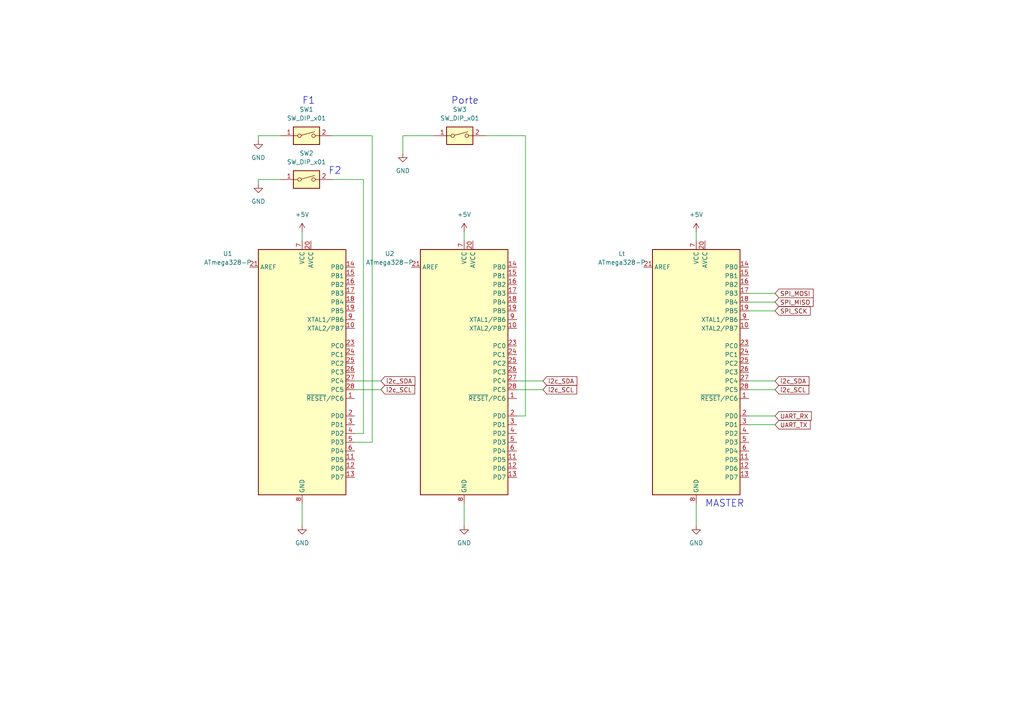
<source format=kicad_sch>
(kicad_sch (version 20230121) (generator eeschema)

  (uuid ed06f8de-d1bb-4b1a-bfe3-5df11d3a9162)

  (paper "A4")

  (lib_symbols
    (symbol "MCU_Microchip_ATmega:ATmega328-P" (in_bom yes) (on_board yes)
      (property "Reference" "U" (at -12.7 36.83 0)
        (effects (font (size 1.27 1.27)) (justify left bottom))
      )
      (property "Value" "ATmega328-P" (at 2.54 -36.83 0)
        (effects (font (size 1.27 1.27)) (justify left top))
      )
      (property "Footprint" "Package_DIP:DIP-28_W7.62mm" (at 0 0 0)
        (effects (font (size 1.27 1.27) italic) hide)
      )
      (property "Datasheet" "http://ww1.microchip.com/downloads/en/DeviceDoc/ATmega328_P%20AVR%20MCU%20with%20picoPower%20Technology%20Data%20Sheet%2040001984A.pdf" (at 0 0 0)
        (effects (font (size 1.27 1.27)) hide)
      )
      (property "ki_keywords" "AVR 8bit Microcontroller MegaAVR" (at 0 0 0)
        (effects (font (size 1.27 1.27)) hide)
      )
      (property "ki_description" "20MHz, 32kB Flash, 2kB SRAM, 1kB EEPROM, DIP-28" (at 0 0 0)
        (effects (font (size 1.27 1.27)) hide)
      )
      (property "ki_fp_filters" "DIP*W7.62mm*" (at 0 0 0)
        (effects (font (size 1.27 1.27)) hide)
      )
      (symbol "ATmega328-P_0_1"
        (rectangle (start -12.7 -35.56) (end 12.7 35.56)
          (stroke (width 0.254) (type default))
          (fill (type background))
        )
      )
      (symbol "ATmega328-P_1_1"
        (pin bidirectional line (at 15.24 -7.62 180) (length 2.54)
          (name "~{RESET}/PC6" (effects (font (size 1.27 1.27))))
          (number "1" (effects (font (size 1.27 1.27))))
        )
        (pin bidirectional line (at 15.24 12.7 180) (length 2.54)
          (name "XTAL2/PB7" (effects (font (size 1.27 1.27))))
          (number "10" (effects (font (size 1.27 1.27))))
        )
        (pin bidirectional line (at 15.24 -25.4 180) (length 2.54)
          (name "PD5" (effects (font (size 1.27 1.27))))
          (number "11" (effects (font (size 1.27 1.27))))
        )
        (pin bidirectional line (at 15.24 -27.94 180) (length 2.54)
          (name "PD6" (effects (font (size 1.27 1.27))))
          (number "12" (effects (font (size 1.27 1.27))))
        )
        (pin bidirectional line (at 15.24 -30.48 180) (length 2.54)
          (name "PD7" (effects (font (size 1.27 1.27))))
          (number "13" (effects (font (size 1.27 1.27))))
        )
        (pin bidirectional line (at 15.24 30.48 180) (length 2.54)
          (name "PB0" (effects (font (size 1.27 1.27))))
          (number "14" (effects (font (size 1.27 1.27))))
        )
        (pin bidirectional line (at 15.24 27.94 180) (length 2.54)
          (name "PB1" (effects (font (size 1.27 1.27))))
          (number "15" (effects (font (size 1.27 1.27))))
        )
        (pin bidirectional line (at 15.24 25.4 180) (length 2.54)
          (name "PB2" (effects (font (size 1.27 1.27))))
          (number "16" (effects (font (size 1.27 1.27))))
        )
        (pin bidirectional line (at 15.24 22.86 180) (length 2.54)
          (name "PB3" (effects (font (size 1.27 1.27))))
          (number "17" (effects (font (size 1.27 1.27))))
        )
        (pin bidirectional line (at 15.24 20.32 180) (length 2.54)
          (name "PB4" (effects (font (size 1.27 1.27))))
          (number "18" (effects (font (size 1.27 1.27))))
        )
        (pin bidirectional line (at 15.24 17.78 180) (length 2.54)
          (name "PB5" (effects (font (size 1.27 1.27))))
          (number "19" (effects (font (size 1.27 1.27))))
        )
        (pin bidirectional line (at 15.24 -12.7 180) (length 2.54)
          (name "PD0" (effects (font (size 1.27 1.27))))
          (number "2" (effects (font (size 1.27 1.27))))
        )
        (pin power_in line (at 2.54 38.1 270) (length 2.54)
          (name "AVCC" (effects (font (size 1.27 1.27))))
          (number "20" (effects (font (size 1.27 1.27))))
        )
        (pin passive line (at -15.24 30.48 0) (length 2.54)
          (name "AREF" (effects (font (size 1.27 1.27))))
          (number "21" (effects (font (size 1.27 1.27))))
        )
        (pin passive line (at 0 -38.1 90) (length 2.54) hide
          (name "GND" (effects (font (size 1.27 1.27))))
          (number "22" (effects (font (size 1.27 1.27))))
        )
        (pin bidirectional line (at 15.24 7.62 180) (length 2.54)
          (name "PC0" (effects (font (size 1.27 1.27))))
          (number "23" (effects (font (size 1.27 1.27))))
        )
        (pin bidirectional line (at 15.24 5.08 180) (length 2.54)
          (name "PC1" (effects (font (size 1.27 1.27))))
          (number "24" (effects (font (size 1.27 1.27))))
        )
        (pin bidirectional line (at 15.24 2.54 180) (length 2.54)
          (name "PC2" (effects (font (size 1.27 1.27))))
          (number "25" (effects (font (size 1.27 1.27))))
        )
        (pin bidirectional line (at 15.24 0 180) (length 2.54)
          (name "PC3" (effects (font (size 1.27 1.27))))
          (number "26" (effects (font (size 1.27 1.27))))
        )
        (pin bidirectional line (at 15.24 -2.54 180) (length 2.54)
          (name "PC4" (effects (font (size 1.27 1.27))))
          (number "27" (effects (font (size 1.27 1.27))))
        )
        (pin bidirectional line (at 15.24 -5.08 180) (length 2.54)
          (name "PC5" (effects (font (size 1.27 1.27))))
          (number "28" (effects (font (size 1.27 1.27))))
        )
        (pin bidirectional line (at 15.24 -15.24 180) (length 2.54)
          (name "PD1" (effects (font (size 1.27 1.27))))
          (number "3" (effects (font (size 1.27 1.27))))
        )
        (pin bidirectional line (at 15.24 -17.78 180) (length 2.54)
          (name "PD2" (effects (font (size 1.27 1.27))))
          (number "4" (effects (font (size 1.27 1.27))))
        )
        (pin bidirectional line (at 15.24 -20.32 180) (length 2.54)
          (name "PD3" (effects (font (size 1.27 1.27))))
          (number "5" (effects (font (size 1.27 1.27))))
        )
        (pin bidirectional line (at 15.24 -22.86 180) (length 2.54)
          (name "PD4" (effects (font (size 1.27 1.27))))
          (number "6" (effects (font (size 1.27 1.27))))
        )
        (pin power_in line (at 0 38.1 270) (length 2.54)
          (name "VCC" (effects (font (size 1.27 1.27))))
          (number "7" (effects (font (size 1.27 1.27))))
        )
        (pin power_in line (at 0 -38.1 90) (length 2.54)
          (name "GND" (effects (font (size 1.27 1.27))))
          (number "8" (effects (font (size 1.27 1.27))))
        )
        (pin bidirectional line (at 15.24 15.24 180) (length 2.54)
          (name "XTAL1/PB6" (effects (font (size 1.27 1.27))))
          (number "9" (effects (font (size 1.27 1.27))))
        )
      )
    )
    (symbol "Switch:SW_DIP_x01" (pin_names (offset 0) hide) (in_bom yes) (on_board yes)
      (property "Reference" "SW" (at 0 3.81 0)
        (effects (font (size 1.27 1.27)))
      )
      (property "Value" "SW_DIP_x01" (at 0 -3.81 0)
        (effects (font (size 1.27 1.27)))
      )
      (property "Footprint" "" (at 0 0 0)
        (effects (font (size 1.27 1.27)) hide)
      )
      (property "Datasheet" "~" (at 0 0 0)
        (effects (font (size 1.27 1.27)) hide)
      )
      (property "ki_keywords" "dip switch" (at 0 0 0)
        (effects (font (size 1.27 1.27)) hide)
      )
      (property "ki_description" "1x DIP Switch, Single Pole Single Throw (SPST) switch, small symbol" (at 0 0 0)
        (effects (font (size 1.27 1.27)) hide)
      )
      (property "ki_fp_filters" "SW?DIP?x1*" (at 0 0 0)
        (effects (font (size 1.27 1.27)) hide)
      )
      (symbol "SW_DIP_x01_0_0"
        (circle (center -2.032 0) (radius 0.508)
          (stroke (width 0) (type default))
          (fill (type none))
        )
        (polyline
          (pts
            (xy -1.524 0.127)
            (xy 2.3622 1.1684)
          )
          (stroke (width 0) (type default))
          (fill (type none))
        )
        (circle (center 2.032 0) (radius 0.508)
          (stroke (width 0) (type default))
          (fill (type none))
        )
      )
      (symbol "SW_DIP_x01_0_1"
        (rectangle (start -3.81 2.54) (end 3.81 -2.54)
          (stroke (width 0.254) (type default))
          (fill (type background))
        )
      )
      (symbol "SW_DIP_x01_1_1"
        (pin passive line (at -7.62 0 0) (length 5.08)
          (name "~" (effects (font (size 1.27 1.27))))
          (number "1" (effects (font (size 1.27 1.27))))
        )
        (pin passive line (at 7.62 0 180) (length 5.08)
          (name "~" (effects (font (size 1.27 1.27))))
          (number "2" (effects (font (size 1.27 1.27))))
        )
      )
    )
    (symbol "power:+5V" (power) (pin_names (offset 0)) (in_bom yes) (on_board yes)
      (property "Reference" "#PWR" (at 0 -3.81 0)
        (effects (font (size 1.27 1.27)) hide)
      )
      (property "Value" "+5V" (at 0 3.556 0)
        (effects (font (size 1.27 1.27)))
      )
      (property "Footprint" "" (at 0 0 0)
        (effects (font (size 1.27 1.27)) hide)
      )
      (property "Datasheet" "" (at 0 0 0)
        (effects (font (size 1.27 1.27)) hide)
      )
      (property "ki_keywords" "global power" (at 0 0 0)
        (effects (font (size 1.27 1.27)) hide)
      )
      (property "ki_description" "Power symbol creates a global label with name \"+5V\"" (at 0 0 0)
        (effects (font (size 1.27 1.27)) hide)
      )
      (symbol "+5V_0_1"
        (polyline
          (pts
            (xy -0.762 1.27)
            (xy 0 2.54)
          )
          (stroke (width 0) (type default))
          (fill (type none))
        )
        (polyline
          (pts
            (xy 0 0)
            (xy 0 2.54)
          )
          (stroke (width 0) (type default))
          (fill (type none))
        )
        (polyline
          (pts
            (xy 0 2.54)
            (xy 0.762 1.27)
          )
          (stroke (width 0) (type default))
          (fill (type none))
        )
      )
      (symbol "+5V_1_1"
        (pin power_in line (at 0 0 90) (length 0) hide
          (name "+5V" (effects (font (size 1.27 1.27))))
          (number "1" (effects (font (size 1.27 1.27))))
        )
      )
    )
    (symbol "power:GND" (power) (pin_names (offset 0)) (in_bom yes) (on_board yes)
      (property "Reference" "#PWR" (at 0 -6.35 0)
        (effects (font (size 1.27 1.27)) hide)
      )
      (property "Value" "GND" (at 0 -3.81 0)
        (effects (font (size 1.27 1.27)))
      )
      (property "Footprint" "" (at 0 0 0)
        (effects (font (size 1.27 1.27)) hide)
      )
      (property "Datasheet" "" (at 0 0 0)
        (effects (font (size 1.27 1.27)) hide)
      )
      (property "ki_keywords" "global power" (at 0 0 0)
        (effects (font (size 1.27 1.27)) hide)
      )
      (property "ki_description" "Power symbol creates a global label with name \"GND\" , ground" (at 0 0 0)
        (effects (font (size 1.27 1.27)) hide)
      )
      (symbol "GND_0_1"
        (polyline
          (pts
            (xy 0 0)
            (xy 0 -1.27)
            (xy 1.27 -1.27)
            (xy 0 -2.54)
            (xy -1.27 -1.27)
            (xy 0 -1.27)
          )
          (stroke (width 0) (type default))
          (fill (type none))
        )
      )
      (symbol "GND_1_1"
        (pin power_in line (at 0 0 270) (length 0) hide
          (name "GND" (effects (font (size 1.27 1.27))))
          (number "1" (effects (font (size 1.27 1.27))))
        )
      )
    )
  )


  (wire (pts (xy 134.62 67.31) (xy 134.62 69.85))
    (stroke (width 0) (type default))
    (uuid 010a3fcb-4e86-4e49-9de6-76ac666d8d8b)
  )
  (wire (pts (xy 74.93 39.37) (xy 74.93 40.64))
    (stroke (width 0) (type default))
    (uuid 017929e0-9053-49d5-bb1c-bc14f7acd441)
  )
  (wire (pts (xy 217.17 120.65) (xy 224.79 120.65))
    (stroke (width 0) (type default))
    (uuid 0a16721f-8b41-462b-a45d-ec4e68130c44)
  )
  (wire (pts (xy 149.86 113.03) (xy 157.48 113.03))
    (stroke (width 0) (type default))
    (uuid 1316481f-24f3-4b0a-ac4a-f6b73f24155f)
  )
  (wire (pts (xy 149.86 110.49) (xy 157.48 110.49))
    (stroke (width 0) (type default))
    (uuid 19dd0421-fa46-4300-b0b6-6113828f42f8)
  )
  (wire (pts (xy 81.28 52.07) (xy 74.93 52.07))
    (stroke (width 0) (type default))
    (uuid 216eccb1-c80a-4d37-a550-958e3737abee)
  )
  (wire (pts (xy 116.84 39.37) (xy 116.84 44.45))
    (stroke (width 0) (type default))
    (uuid 244ffb9c-2c9d-4f6c-8e0d-da3dc1c85624)
  )
  (wire (pts (xy 125.73 39.37) (xy 116.84 39.37))
    (stroke (width 0) (type default))
    (uuid 32b64ac0-21e9-4ca2-99b4-fc6fc18a64dd)
  )
  (wire (pts (xy 201.93 67.31) (xy 201.93 69.85))
    (stroke (width 0) (type default))
    (uuid 3afc0469-1518-46ba-af42-4c3c3ad19cdb)
  )
  (wire (pts (xy 201.93 146.05) (xy 201.93 152.4))
    (stroke (width 0) (type default))
    (uuid 3f2b6142-a5fa-46fc-8641-a2660023e3e1)
  )
  (wire (pts (xy 102.87 110.49) (xy 110.49 110.49))
    (stroke (width 0) (type default))
    (uuid 44920eaa-4447-4b9d-8470-29bca78ef2b4)
  )
  (wire (pts (xy 217.17 123.19) (xy 224.79 123.19))
    (stroke (width 0) (type default))
    (uuid 512f400b-218a-4480-a85b-c162e7383424)
  )
  (wire (pts (xy 87.63 67.31) (xy 87.63 69.85))
    (stroke (width 0) (type default))
    (uuid 5b0607f4-0dae-4e0e-be83-bfc26c47a7e6)
  )
  (wire (pts (xy 217.17 90.17) (xy 224.79 90.17))
    (stroke (width 0) (type default))
    (uuid 6604c32c-ef40-400c-86eb-8ea0ab6bf580)
  )
  (wire (pts (xy 217.17 110.49) (xy 224.79 110.49))
    (stroke (width 0) (type default))
    (uuid 688ac31a-8949-436a-b4b6-043acc177ba5)
  )
  (wire (pts (xy 105.41 52.07) (xy 96.52 52.07))
    (stroke (width 0) (type default))
    (uuid 6ec48498-4fd2-4127-81ad-2c6c25c57e4e)
  )
  (wire (pts (xy 105.41 125.73) (xy 105.41 52.07))
    (stroke (width 0) (type default))
    (uuid 6f61e9b9-68e7-4096-8de1-c58d550533f9)
  )
  (wire (pts (xy 217.17 113.03) (xy 224.79 113.03))
    (stroke (width 0) (type default))
    (uuid 8f4957c5-c3f9-4775-a9aa-2b9f97e38219)
  )
  (wire (pts (xy 81.28 39.37) (xy 74.93 39.37))
    (stroke (width 0) (type default))
    (uuid 903a6a6b-5cf2-4429-b24e-b114553dca0c)
  )
  (wire (pts (xy 102.87 113.03) (xy 110.49 113.03))
    (stroke (width 0) (type default))
    (uuid 913a8557-da6f-49fb-8b41-fdadb35ae44c)
  )
  (wire (pts (xy 152.4 39.37) (xy 140.97 39.37))
    (stroke (width 0) (type default))
    (uuid a928a27a-9a29-4a9a-9fcc-668e00787d9d)
  )
  (wire (pts (xy 107.95 39.37) (xy 107.95 128.27))
    (stroke (width 0) (type default))
    (uuid ad57d0a0-0366-4fbb-b5fe-029fb9f6215b)
  )
  (wire (pts (xy 152.4 39.37) (xy 152.4 120.65))
    (stroke (width 0) (type default))
    (uuid b3d84742-ebda-41a6-a1af-157426ab6942)
  )
  (wire (pts (xy 134.62 146.05) (xy 134.62 152.4))
    (stroke (width 0) (type default))
    (uuid b44371e3-2ef9-406d-89b5-10ddc4cc2b03)
  )
  (wire (pts (xy 217.17 85.09) (xy 224.79 85.09))
    (stroke (width 0) (type default))
    (uuid b80cb817-214f-491c-b5c0-e5484dfb2acd)
  )
  (wire (pts (xy 152.4 120.65) (xy 149.86 120.65))
    (stroke (width 0) (type default))
    (uuid bf72a8e1-805f-41e9-8586-27757032b99c)
  )
  (wire (pts (xy 74.93 52.07) (xy 74.93 53.34))
    (stroke (width 0) (type default))
    (uuid c22e78ce-8eda-4d9a-8d87-728f596f2f52)
  )
  (wire (pts (xy 217.17 87.63) (xy 224.79 87.63))
    (stroke (width 0) (type default))
    (uuid c4938822-309f-46c7-ba59-238fc98c0e8f)
  )
  (wire (pts (xy 96.52 39.37) (xy 107.95 39.37))
    (stroke (width 0) (type default))
    (uuid c8fff8f1-332c-431c-b2e0-4613ecafac45)
  )
  (wire (pts (xy 107.95 128.27) (xy 102.87 128.27))
    (stroke (width 0) (type default))
    (uuid ccc2cf80-af19-4d87-9b23-8c9c038e06ce)
  )
  (wire (pts (xy 102.87 125.73) (xy 105.41 125.73))
    (stroke (width 0) (type default))
    (uuid d8f774ee-997a-4994-a563-c66278494167)
  )
  (wire (pts (xy 87.63 146.05) (xy 87.63 152.4))
    (stroke (width 0) (type default))
    (uuid e4dae86a-b0a9-42ca-866d-1058720f1590)
  )

  (text "F2\n" (at 95.25 50.8 0)
    (effects (font (size 2 2)) (justify left bottom))
    (uuid 394f390e-6647-499d-aed3-d33699132832)
  )
  (text "F1" (at 87.63 30.48 0)
    (effects (font (size 2 2)) (justify left bottom))
    (uuid b1b5d48e-c06b-46f9-a9db-11f80c2827d9)
  )
  (text "Porte" (at 130.81 30.48 0)
    (effects (font (size 2 2)) (justify left bottom))
    (uuid c4301658-48b8-4527-a13a-46b71ce1948f)
  )
  (text "MASTER" (at 204.47 147.32 0)
    (effects (font (size 2 2)) (justify left bottom))
    (uuid c5a53506-36a6-4ded-8d84-847c740b57b8)
  )

  (global_label "i2c_SCL" (shape input) (at 110.49 113.03 0) (fields_autoplaced)
    (effects (font (size 1.27 1.27)) (justify left))
    (uuid 1e4b78db-64d3-4bfc-9450-4990254b77c4)
    (property "Intersheetrefs" "${INTERSHEET_REFS}" (at 120.7739 113.03 0)
      (effects (font (size 1.27 1.27)) (justify left) hide)
    )
  )
  (global_label "UART_RX" (shape input) (at 224.79 120.65 0) (fields_autoplaced)
    (effects (font (size 1.27 1.27)) (justify left))
    (uuid 307cd9f0-e185-4dcf-bbf6-649cc890aa79)
    (property "Intersheetrefs" "${INTERSHEET_REFS}" (at 235.7996 120.65 0)
      (effects (font (size 1.27 1.27)) (justify left) hide)
    )
  )
  (global_label "i2c_SDA" (shape input) (at 224.79 110.49 0) (fields_autoplaced)
    (effects (font (size 1.27 1.27)) (justify left))
    (uuid 4acc34cf-067b-4047-909f-f39d299a3878)
    (property "Intersheetrefs" "${INTERSHEET_REFS}" (at 235.1344 110.49 0)
      (effects (font (size 1.27 1.27)) (justify left) hide)
    )
  )
  (global_label "UART_TX" (shape input) (at 224.79 123.19 0) (fields_autoplaced)
    (effects (font (size 1.27 1.27)) (justify left))
    (uuid 6eb29589-d744-44c6-a917-08e2140976e5)
    (property "Intersheetrefs" "${INTERSHEET_REFS}" (at 235.4972 123.19 0)
      (effects (font (size 1.27 1.27)) (justify left) hide)
    )
  )
  (global_label "SPI_MISO" (shape input) (at 224.79 87.63 0) (fields_autoplaced)
    (effects (font (size 1.27 1.27)) (justify left))
    (uuid 732a9d5a-cbf8-4d8e-bbf5-4ee4b4c468ad)
    (property "Intersheetrefs" "${INTERSHEET_REFS}" (at 236.3439 87.63 0)
      (effects (font (size 1.27 1.27)) (justify left) hide)
    )
  )
  (global_label "i2c_SDA" (shape input) (at 157.48 110.49 0) (fields_autoplaced)
    (effects (font (size 1.27 1.27)) (justify left))
    (uuid 7f03b6a9-6fed-430d-8f43-37dae3757150)
    (property "Intersheetrefs" "${INTERSHEET_REFS}" (at 167.8244 110.49 0)
      (effects (font (size 1.27 1.27)) (justify left) hide)
    )
  )
  (global_label "SPI_SCK" (shape input) (at 224.79 90.17 0) (fields_autoplaced)
    (effects (font (size 1.27 1.27)) (justify left))
    (uuid 889e8f0f-e61d-4047-bc3c-64d41c8ddea9)
    (property "Intersheetrefs" "${INTERSHEET_REFS}" (at 235.4972 90.17 0)
      (effects (font (size 1.27 1.27)) (justify left) hide)
    )
  )
  (global_label "i2c_SCL" (shape input) (at 157.48 113.03 0) (fields_autoplaced)
    (effects (font (size 1.27 1.27)) (justify left))
    (uuid a7a16ab1-9db8-4a4f-8e05-3e26ebdd3db0)
    (property "Intersheetrefs" "${INTERSHEET_REFS}" (at 167.7639 113.03 0)
      (effects (font (size 1.27 1.27)) (justify left) hide)
    )
  )
  (global_label "SPI_MOSI" (shape input) (at 224.79 85.09 0) (fields_autoplaced)
    (effects (font (size 1.27 1.27)) (justify left))
    (uuid a9a1913c-7bec-4d07-af71-c286355728ee)
    (property "Intersheetrefs" "${INTERSHEET_REFS}" (at 236.3439 85.09 0)
      (effects (font (size 1.27 1.27)) (justify left) hide)
    )
  )
  (global_label "i2c_SCL" (shape input) (at 224.79 113.03 0) (fields_autoplaced)
    (effects (font (size 1.27 1.27)) (justify left))
    (uuid d66e3fc5-d393-4935-884a-72aefad13e6c)
    (property "Intersheetrefs" "${INTERSHEET_REFS}" (at 235.0739 113.03 0)
      (effects (font (size 1.27 1.27)) (justify left) hide)
    )
  )
  (global_label "i2c_SDA" (shape input) (at 110.49 110.49 0) (fields_autoplaced)
    (effects (font (size 1.27 1.27)) (justify left))
    (uuid f744308c-7696-40c8-9dd8-f648ac98bd14)
    (property "Intersheetrefs" "${INTERSHEET_REFS}" (at 120.8344 110.49 0)
      (effects (font (size 1.27 1.27)) (justify left) hide)
    )
  )

  (symbol (lib_id "MCU_Microchip_ATmega:ATmega328-P") (at 201.93 107.95 0) (unit 1)
    (in_bom yes) (on_board yes) (dnp no) (fields_autoplaced)
    (uuid 063a2d6c-7807-4a1b-91f9-02ba91693cf8)
    (property "Reference" "Lt" (at 180.34 73.5839 0)
      (effects (font (size 1.27 1.27)))
    )
    (property "Value" "ATmega328-P" (at 180.34 76.1239 0)
      (effects (font (size 1.27 1.27)))
    )
    (property "Footprint" "Package_DIP:DIP-28_W7.62mm" (at 201.93 107.95 0)
      (effects (font (size 1.27 1.27) italic) hide)
    )
    (property "Datasheet" "http://ww1.microchip.com/downloads/en/DeviceDoc/ATmega328_P%20AVR%20MCU%20with%20picoPower%20Technology%20Data%20Sheet%2040001984A.pdf" (at 201.93 107.95 0)
      (effects (font (size 1.27 1.27)) hide)
    )
    (pin "1" (uuid c133881a-f36d-4bab-b2f4-ea872b4ca963))
    (pin "10" (uuid 66f1a997-7ed4-4535-a6ab-ec7c667d909a))
    (pin "11" (uuid ea8e5ae2-eb45-42d3-be6e-bed4c923f084))
    (pin "12" (uuid 43396263-664d-4e0f-a772-881a9f90d3cf))
    (pin "13" (uuid ee70d79e-a767-4eb0-a0fb-8ceda3ab4ba4))
    (pin "14" (uuid 7e1193cd-cc60-4686-a6c9-7056b7660dfb))
    (pin "15" (uuid 97b8837b-455a-48cb-afea-05b6e4b8e112))
    (pin "16" (uuid 73a9f9cc-ec78-4d1d-9c9e-08772f593ef0))
    (pin "17" (uuid 3c86a9ed-e084-43f3-ad2d-13350add0628))
    (pin "18" (uuid b9ac8109-e383-4d98-85a1-90dae488be49))
    (pin "19" (uuid 84ae8eec-0a67-428e-b0a3-eb5813a06517))
    (pin "2" (uuid 89cb7490-0dfe-4a8c-b4f2-dee5bbaa9f6c))
    (pin "20" (uuid eae6f3d0-7c76-432c-80b7-7c8e446194ee))
    (pin "21" (uuid 41ec571c-f80b-4a7f-923d-2f23ca5e54f0))
    (pin "22" (uuid e7dc3a2c-1ecb-444b-ab50-c7d5c589ef36))
    (pin "23" (uuid bb0c3690-e64f-4b24-8281-499f7202d8c3))
    (pin "24" (uuid b1c0e25d-9e10-4dd8-b07d-80f7283495bd))
    (pin "25" (uuid d3545dc6-2db6-48cc-8073-c7d0d04bdfe1))
    (pin "26" (uuid ac480254-b02d-425b-90be-8833f8dbd7a5))
    (pin "27" (uuid c390ac69-5de3-4a0e-abb7-fd3a213d6bba))
    (pin "28" (uuid d5d75790-5b22-4c76-b68a-799daae7f24a))
    (pin "3" (uuid 67da709c-e342-45bd-acd9-152e551952d1))
    (pin "4" (uuid db3d6f76-44a5-4967-b3d8-c9527dd8af9d))
    (pin "5" (uuid be393845-82b0-4c87-9ac2-5bd5dee7eff4))
    (pin "6" (uuid 0f7ad028-48a9-4c1c-afb4-826d7e984c95))
    (pin "7" (uuid 0e6976f7-5131-478e-84b5-e04c15629944))
    (pin "8" (uuid 38fa94da-4c14-4908-b08c-f453081f378c))
    (pin "9" (uuid ea6d1d68-2db9-412a-bba9-d1cc3ec450e3))
    (instances
      (project "MaisonEtape1"
        (path "/ed06f8de-d1bb-4b1a-bfe3-5df11d3a9162"
          (reference "Lt") (unit 1)
        )
      )
    )
  )

  (symbol (lib_id "power:+5V") (at 87.63 67.31 0) (unit 1)
    (in_bom yes) (on_board yes) (dnp no) (fields_autoplaced)
    (uuid 12c46724-447d-479d-940b-0ba8014024f9)
    (property "Reference" "#PWR01" (at 87.63 71.12 0)
      (effects (font (size 1.27 1.27)) hide)
    )
    (property "Value" "+5V" (at 87.63 62.23 0)
      (effects (font (size 1.27 1.27)))
    )
    (property "Footprint" "" (at 87.63 67.31 0)
      (effects (font (size 1.27 1.27)) hide)
    )
    (property "Datasheet" "" (at 87.63 67.31 0)
      (effects (font (size 1.27 1.27)) hide)
    )
    (pin "1" (uuid 2d31ac78-6a92-44ad-af76-267dea602cba))
    (instances
      (project "MaisonEtape1"
        (path "/ed06f8de-d1bb-4b1a-bfe3-5df11d3a9162"
          (reference "#PWR01") (unit 1)
        )
      )
    )
  )

  (symbol (lib_id "Switch:SW_DIP_x01") (at 88.9 39.37 0) (unit 1)
    (in_bom yes) (on_board yes) (dnp no) (fields_autoplaced)
    (uuid 1e27daf4-8fa0-4d9e-922c-ad4c2601a9b6)
    (property "Reference" "SW1" (at 88.9 31.75 0)
      (effects (font (size 1.27 1.27)))
    )
    (property "Value" "SW_DIP_x01" (at 88.9 34.29 0)
      (effects (font (size 1.27 1.27)))
    )
    (property "Footprint" "" (at 88.9 39.37 0)
      (effects (font (size 1.27 1.27)) hide)
    )
    (property "Datasheet" "~" (at 88.9 39.37 0)
      (effects (font (size 1.27 1.27)) hide)
    )
    (pin "1" (uuid 748e4e8a-d698-4279-a98a-9b4d11cd222b))
    (pin "2" (uuid e4810bfb-bab7-4936-aa8e-e62ac531bbae))
    (instances
      (project "MaisonEtape1"
        (path "/ed06f8de-d1bb-4b1a-bfe3-5df11d3a9162"
          (reference "SW1") (unit 1)
        )
      )
    )
  )

  (symbol (lib_id "power:GND") (at 134.62 152.4 0) (unit 1)
    (in_bom yes) (on_board yes) (dnp no) (fields_autoplaced)
    (uuid 261552b6-8daa-45cb-a865-22883d04d2c2)
    (property "Reference" "#PWR016" (at 134.62 158.75 0)
      (effects (font (size 1.27 1.27)) hide)
    )
    (property "Value" "GND" (at 134.62 157.48 0)
      (effects (font (size 1.27 1.27)))
    )
    (property "Footprint" "" (at 134.62 152.4 0)
      (effects (font (size 1.27 1.27)) hide)
    )
    (property "Datasheet" "" (at 134.62 152.4 0)
      (effects (font (size 1.27 1.27)) hide)
    )
    (pin "1" (uuid 8e2324de-34ac-44a6-9130-3f15beb606c5))
    (instances
      (project "MaisonEtape1"
        (path "/ed06f8de-d1bb-4b1a-bfe3-5df11d3a9162"
          (reference "#PWR016") (unit 1)
        )
      )
    )
  )

  (symbol (lib_id "power:GND") (at 87.63 152.4 0) (unit 1)
    (in_bom yes) (on_board yes) (dnp no) (fields_autoplaced)
    (uuid 266f76d3-2bc3-4bf7-adf0-66829f1a2070)
    (property "Reference" "#PWR015" (at 87.63 158.75 0)
      (effects (font (size 1.27 1.27)) hide)
    )
    (property "Value" "GND" (at 87.63 157.48 0)
      (effects (font (size 1.27 1.27)))
    )
    (property "Footprint" "" (at 87.63 152.4 0)
      (effects (font (size 1.27 1.27)) hide)
    )
    (property "Datasheet" "" (at 87.63 152.4 0)
      (effects (font (size 1.27 1.27)) hide)
    )
    (pin "1" (uuid 44550328-6071-4304-9571-771654fbb447))
    (instances
      (project "MaisonEtape1"
        (path "/ed06f8de-d1bb-4b1a-bfe3-5df11d3a9162"
          (reference "#PWR015") (unit 1)
        )
      )
    )
  )

  (symbol (lib_id "Switch:SW_DIP_x01") (at 133.35 39.37 0) (unit 1)
    (in_bom yes) (on_board yes) (dnp no) (fields_autoplaced)
    (uuid 3293ce1d-acc2-496b-b778-7089f1b36ae6)
    (property "Reference" "SW3" (at 133.35 31.75 0)
      (effects (font (size 1.27 1.27)))
    )
    (property "Value" "SW_DIP_x01" (at 133.35 34.29 0)
      (effects (font (size 1.27 1.27)))
    )
    (property "Footprint" "" (at 133.35 39.37 0)
      (effects (font (size 1.27 1.27)) hide)
    )
    (property "Datasheet" "~" (at 133.35 39.37 0)
      (effects (font (size 1.27 1.27)) hide)
    )
    (pin "1" (uuid cded4fbc-b5e3-4b81-9cc9-6ac1f68360d2))
    (pin "2" (uuid f8164f3f-edf0-4ed0-835f-d2cb0585ebda))
    (instances
      (project "MaisonEtape1"
        (path "/ed06f8de-d1bb-4b1a-bfe3-5df11d3a9162"
          (reference "SW3") (unit 1)
        )
      )
    )
  )

  (symbol (lib_id "Switch:SW_DIP_x01") (at 88.9 52.07 0) (unit 1)
    (in_bom yes) (on_board yes) (dnp no) (fields_autoplaced)
    (uuid 563aa771-266a-4d3b-8b5c-52a2c3073fd5)
    (property "Reference" "SW2" (at 88.9 44.45 0)
      (effects (font (size 1.27 1.27)))
    )
    (property "Value" "SW_DIP_x01" (at 88.9 46.99 0)
      (effects (font (size 1.27 1.27)))
    )
    (property "Footprint" "" (at 88.9 52.07 0)
      (effects (font (size 1.27 1.27)) hide)
    )
    (property "Datasheet" "~" (at 88.9 52.07 0)
      (effects (font (size 1.27 1.27)) hide)
    )
    (pin "1" (uuid 852ea90b-ab7a-40d6-be92-2a7fb087a27f))
    (pin "2" (uuid a795f3fa-e1a1-44d1-8fc8-ef6c4edf61f6))
    (instances
      (project "MaisonEtape1"
        (path "/ed06f8de-d1bb-4b1a-bfe3-5df11d3a9162"
          (reference "SW2") (unit 1)
        )
      )
    )
  )

  (symbol (lib_id "power:GND") (at 116.84 44.45 0) (unit 1)
    (in_bom yes) (on_board yes) (dnp no) (fields_autoplaced)
    (uuid 6dd0efd5-cef7-425b-98e1-300fbba1e7f9)
    (property "Reference" "#PWR06" (at 116.84 50.8 0)
      (effects (font (size 1.27 1.27)) hide)
    )
    (property "Value" "GND" (at 116.84 49.53 0)
      (effects (font (size 1.27 1.27)))
    )
    (property "Footprint" "" (at 116.84 44.45 0)
      (effects (font (size 1.27 1.27)) hide)
    )
    (property "Datasheet" "" (at 116.84 44.45 0)
      (effects (font (size 1.27 1.27)) hide)
    )
    (pin "1" (uuid e9cfa237-d6ea-4f57-8c8a-d71a0d22e4b3))
    (instances
      (project "MaisonEtape1"
        (path "/ed06f8de-d1bb-4b1a-bfe3-5df11d3a9162"
          (reference "#PWR06") (unit 1)
        )
      )
    )
  )

  (symbol (lib_id "power:GND") (at 201.93 152.4 0) (unit 1)
    (in_bom yes) (on_board yes) (dnp no) (fields_autoplaced)
    (uuid 9166abe5-3df2-457c-baeb-debe3a11cb99)
    (property "Reference" "#PWR017" (at 201.93 158.75 0)
      (effects (font (size 1.27 1.27)) hide)
    )
    (property "Value" "GND" (at 201.93 157.48 0)
      (effects (font (size 1.27 1.27)))
    )
    (property "Footprint" "" (at 201.93 152.4 0)
      (effects (font (size 1.27 1.27)) hide)
    )
    (property "Datasheet" "" (at 201.93 152.4 0)
      (effects (font (size 1.27 1.27)) hide)
    )
    (pin "1" (uuid 38352007-75fa-473a-96ea-9b20337c2480))
    (instances
      (project "MaisonEtape1"
        (path "/ed06f8de-d1bb-4b1a-bfe3-5df11d3a9162"
          (reference "#PWR017") (unit 1)
        )
      )
    )
  )

  (symbol (lib_id "power:GND") (at 74.93 40.64 0) (unit 1)
    (in_bom yes) (on_board yes) (dnp no) (fields_autoplaced)
    (uuid cac9b1af-4e6f-466e-8088-cd453aef03e4)
    (property "Reference" "#PWR04" (at 74.93 46.99 0)
      (effects (font (size 1.27 1.27)) hide)
    )
    (property "Value" "GND" (at 74.93 45.72 0)
      (effects (font (size 1.27 1.27)))
    )
    (property "Footprint" "" (at 74.93 40.64 0)
      (effects (font (size 1.27 1.27)) hide)
    )
    (property "Datasheet" "" (at 74.93 40.64 0)
      (effects (font (size 1.27 1.27)) hide)
    )
    (pin "1" (uuid 437b6e62-148b-4c1f-8396-60c454cc1795))
    (instances
      (project "MaisonEtape1"
        (path "/ed06f8de-d1bb-4b1a-bfe3-5df11d3a9162"
          (reference "#PWR04") (unit 1)
        )
      )
    )
  )

  (symbol (lib_id "power:+5V") (at 201.93 67.31 0) (unit 1)
    (in_bom yes) (on_board yes) (dnp no) (fields_autoplaced)
    (uuid cd047841-8081-4dbc-843e-7b8b5a2ba45a)
    (property "Reference" "#PWR03" (at 201.93 71.12 0)
      (effects (font (size 1.27 1.27)) hide)
    )
    (property "Value" "+5V" (at 201.93 62.23 0)
      (effects (font (size 1.27 1.27)))
    )
    (property "Footprint" "" (at 201.93 67.31 0)
      (effects (font (size 1.27 1.27)) hide)
    )
    (property "Datasheet" "" (at 201.93 67.31 0)
      (effects (font (size 1.27 1.27)) hide)
    )
    (pin "1" (uuid 0ec36f10-5642-4119-a4d0-ac7857c74b24))
    (instances
      (project "MaisonEtape1"
        (path "/ed06f8de-d1bb-4b1a-bfe3-5df11d3a9162"
          (reference "#PWR03") (unit 1)
        )
      )
    )
  )

  (symbol (lib_id "MCU_Microchip_ATmega:ATmega328-P") (at 134.62 107.95 0) (unit 1)
    (in_bom yes) (on_board yes) (dnp no) (fields_autoplaced)
    (uuid cd88dc2b-81c1-4673-8eab-26dd48807f6b)
    (property "Reference" "U2" (at 113.03 73.5839 0)
      (effects (font (size 1.27 1.27)))
    )
    (property "Value" "ATmega328-P" (at 113.03 76.1239 0)
      (effects (font (size 1.27 1.27)))
    )
    (property "Footprint" "Package_DIP:DIP-28_W7.62mm" (at 134.62 107.95 0)
      (effects (font (size 1.27 1.27) italic) hide)
    )
    (property "Datasheet" "http://ww1.microchip.com/downloads/en/DeviceDoc/ATmega328_P%20AVR%20MCU%20with%20picoPower%20Technology%20Data%20Sheet%2040001984A.pdf" (at 134.62 107.95 0)
      (effects (font (size 1.27 1.27)) hide)
    )
    (pin "1" (uuid 06b48e05-da6c-4844-ad9d-02aa00ae482f))
    (pin "10" (uuid 83aec7d9-4bc6-42ba-9cfd-ebd2743ee6e0))
    (pin "11" (uuid 8a30c026-5afe-439d-8bdb-1c3e32c8a969))
    (pin "12" (uuid f9f3621c-7e09-485a-86d0-c7f88991c0da))
    (pin "13" (uuid 284ae693-5df1-4150-a97d-d3a9716c6042))
    (pin "14" (uuid dcc80def-db30-4e11-965b-5e66c75fa7a8))
    (pin "15" (uuid ef8b1c81-49ea-4300-b2a4-725e60e75b6f))
    (pin "16" (uuid 0b6dd5a3-6119-4781-ae68-0988904caec1))
    (pin "17" (uuid 86db9ff9-76c9-456a-ba69-ba58fbe64bfe))
    (pin "18" (uuid 92d8d801-0b3e-410f-a242-7419eb8ceb37))
    (pin "19" (uuid 752e8f88-745a-41c0-9709-aa69f93d45ef))
    (pin "2" (uuid c9714f74-9ab2-4a55-9109-2a663da10d17))
    (pin "20" (uuid 7113ca1f-9ead-42c9-b040-57df0dd38dfe))
    (pin "21" (uuid d2047515-4e5e-4610-9c92-533200f12339))
    (pin "22" (uuid 260fe4c6-54ba-433c-b4ce-f2abff564892))
    (pin "23" (uuid 25374971-ad03-4ca7-be2a-c2917ac37ce8))
    (pin "24" (uuid d30c46d1-19ff-4fe8-bd71-9180bf65fb7a))
    (pin "25" (uuid c63c5bbd-1e84-45b4-8a9c-9214a0549ab3))
    (pin "26" (uuid 59ca42fe-7e7c-4fe3-9c3d-a6c48c9cef79))
    (pin "27" (uuid 20126c7a-ba38-43e9-9c33-dcbacada2be1))
    (pin "28" (uuid e4be7f3c-7167-4379-8e3e-abe0f422bc3b))
    (pin "3" (uuid abcc9f5a-512c-4146-9b1f-093f3f5f7171))
    (pin "4" (uuid d0181986-746f-491c-811a-d11a0d6d289f))
    (pin "5" (uuid 7cdfd4f9-edf5-4ec3-8dc9-b995f4c862b9))
    (pin "6" (uuid e317bd18-be81-4d90-bfd6-a60a4d0ba581))
    (pin "7" (uuid 48e52ed5-4bc0-445c-bb36-e15a0f1fb83d))
    (pin "8" (uuid 2140dc76-7cdf-4bb1-a63a-ff314c9df920))
    (pin "9" (uuid e5949a40-9743-4b37-8ff5-cdc87337b541))
    (instances
      (project "MaisonEtape1"
        (path "/ed06f8de-d1bb-4b1a-bfe3-5df11d3a9162"
          (reference "U2") (unit 1)
        )
      )
    )
  )

  (symbol (lib_id "MCU_Microchip_ATmega:ATmega328-P") (at 87.63 107.95 0) (unit 1)
    (in_bom yes) (on_board yes) (dnp no) (fields_autoplaced)
    (uuid e4896a08-9819-483e-884c-e8657ee0ff02)
    (property "Reference" "U1" (at 66.04 73.5839 0)
      (effects (font (size 1.27 1.27)))
    )
    (property "Value" "ATmega328-P" (at 66.04 76.1239 0)
      (effects (font (size 1.27 1.27)))
    )
    (property "Footprint" "Package_DIP:DIP-28_W7.62mm" (at 87.63 107.95 0)
      (effects (font (size 1.27 1.27) italic) hide)
    )
    (property "Datasheet" "http://ww1.microchip.com/downloads/en/DeviceDoc/ATmega328_P%20AVR%20MCU%20with%20picoPower%20Technology%20Data%20Sheet%2040001984A.pdf" (at 87.63 107.95 0)
      (effects (font (size 1.27 1.27)) hide)
    )
    (pin "1" (uuid 5550d052-335d-4bbb-b95a-7c3fe2320080))
    (pin "10" (uuid 6c07df73-d861-4f29-961b-c41feb33be41))
    (pin "11" (uuid bf0f2f62-dab9-433f-afb0-1c2b7359a9e6))
    (pin "12" (uuid 599d07bd-6002-4715-b126-aabe37bacbc6))
    (pin "13" (uuid 2e8c410f-680b-482c-84b2-18dc39b96e24))
    (pin "14" (uuid 376c9188-cbd7-4b37-949f-1805dfe59577))
    (pin "15" (uuid 8eb05b5b-7a3f-4a5b-bf3a-162bdaf74dbc))
    (pin "16" (uuid 2a38276e-cc62-4a28-a2c7-65bbf58cb38b))
    (pin "17" (uuid 0285b2e8-1ce3-4dfa-85b4-b339f5ba0769))
    (pin "18" (uuid cacb2678-b5b7-42bb-8a51-edd151c563b6))
    (pin "19" (uuid 0bf7a0b9-f7d7-4987-94c7-0bbaf2fbb499))
    (pin "2" (uuid 35cb4868-dc2b-4a02-ac1c-1250ebe939f1))
    (pin "20" (uuid 4053bde8-d262-4def-9d2d-92ac04968344))
    (pin "21" (uuid 7aa40f1b-8da1-4f33-b960-dc0ece9122b6))
    (pin "22" (uuid 646ae287-f3a3-4ed7-baaa-71e0a7320313))
    (pin "23" (uuid 2b585481-f074-4f6b-82eb-bb69a4519ebe))
    (pin "24" (uuid 25021171-fb5c-4e43-8757-9e08eea11438))
    (pin "25" (uuid 3b142b98-7ba1-4982-9592-473fe1e3e014))
    (pin "26" (uuid cdaac23a-1502-4168-9faf-c2f6a1b7d7d2))
    (pin "27" (uuid 82862192-b946-4f7e-973c-71f49b7a0f15))
    (pin "28" (uuid 29ccafcc-3f54-40d9-ac10-cbffa8fc9821))
    (pin "3" (uuid b6d43bf4-0dc2-461c-a656-ec148c1c27b0))
    (pin "4" (uuid 3f5c3e3d-b71e-49c8-a980-208e9c7cd81d))
    (pin "5" (uuid df32d5d4-aea0-47fb-89db-d0ee6a99350a))
    (pin "6" (uuid 8f02e996-7833-475a-9bb7-3b1ba0fbebb7))
    (pin "7" (uuid e090e153-7f92-4c6a-8407-7410700e77b4))
    (pin "8" (uuid a3761216-ae56-4cb6-a27a-bbcd205acb8b))
    (pin "9" (uuid cde18ff6-2552-448e-a69c-cc44b85d7837))
    (instances
      (project "MaisonEtape1"
        (path "/ed06f8de-d1bb-4b1a-bfe3-5df11d3a9162"
          (reference "U1") (unit 1)
        )
      )
    )
  )

  (symbol (lib_id "power:GND") (at 74.93 53.34 0) (unit 1)
    (in_bom yes) (on_board yes) (dnp no) (fields_autoplaced)
    (uuid f587aeee-d813-433c-b285-16dca4256aed)
    (property "Reference" "#PWR05" (at 74.93 59.69 0)
      (effects (font (size 1.27 1.27)) hide)
    )
    (property "Value" "GND" (at 74.93 58.42 0)
      (effects (font (size 1.27 1.27)))
    )
    (property "Footprint" "" (at 74.93 53.34 0)
      (effects (font (size 1.27 1.27)) hide)
    )
    (property "Datasheet" "" (at 74.93 53.34 0)
      (effects (font (size 1.27 1.27)) hide)
    )
    (pin "1" (uuid 5e1a540c-7387-4b42-971c-970b3f32d666))
    (instances
      (project "MaisonEtape1"
        (path "/ed06f8de-d1bb-4b1a-bfe3-5df11d3a9162"
          (reference "#PWR05") (unit 1)
        )
      )
    )
  )

  (symbol (lib_id "power:+5V") (at 134.62 67.31 0) (unit 1)
    (in_bom yes) (on_board yes) (dnp no) (fields_autoplaced)
    (uuid f7a633c5-05bd-4ee1-8189-d7e52508e604)
    (property "Reference" "#PWR02" (at 134.62 71.12 0)
      (effects (font (size 1.27 1.27)) hide)
    )
    (property "Value" "+5V" (at 134.62 62.23 0)
      (effects (font (size 1.27 1.27)))
    )
    (property "Footprint" "" (at 134.62 67.31 0)
      (effects (font (size 1.27 1.27)) hide)
    )
    (property "Datasheet" "" (at 134.62 67.31 0)
      (effects (font (size 1.27 1.27)) hide)
    )
    (pin "1" (uuid 50114d27-9d0b-4da6-b892-0195f8da93de))
    (instances
      (project "MaisonEtape1"
        (path "/ed06f8de-d1bb-4b1a-bfe3-5df11d3a9162"
          (reference "#PWR02") (unit 1)
        )
      )
    )
  )

  (sheet (at 308.61 57.15) (size 25.4 3.81) (fields_autoplaced)
    (stroke (width 0.1524) (type solid))
    (fill (color 0 0 0 0.0000))
    (uuid 0600536b-f413-4b06-98e9-b5748b5de992)
    (property "Sheetname" "SPI section" (at 308.61 56.4384 0)
      (effects (font (size 1.27 1.27)) (justify left bottom))
    )
    (property "Sheetfile" "untitled.kicad_sch" (at 308.61 61.5446 0)
      (effects (font (size 1.27 1.27)) (justify left top))
    )
    (instances
      (project "MaisonEtape1"
        (path "/ed06f8de-d1bb-4b1a-bfe3-5df11d3a9162" (page "2"))
      )
    )
  )

  (sheet (at 308.61 67.31) (size 25.4 3.81) (fields_autoplaced)
    (stroke (width 0.1524) (type solid))
    (fill (color 0 0 0 0.0000))
    (uuid eab97472-f6ab-4acc-b686-864086f640ed)
    (property "Sheetname" "Photon" (at 308.61 66.5984 0)
      (effects (font (size 1.27 1.27)) (justify left bottom))
    )
    (property "Sheetfile" "Photon.kicad_sch" (at 308.61 71.7046 0)
      (effects (font (size 1.27 1.27)) (justify left top))
    )
    (instances
      (project "MaisonEtape1"
        (path "/ed06f8de-d1bb-4b1a-bfe3-5df11d3a9162" (page "3"))
      )
    )
  )

  (sheet_instances
    (path "/" (page "1"))
  )
)

</source>
